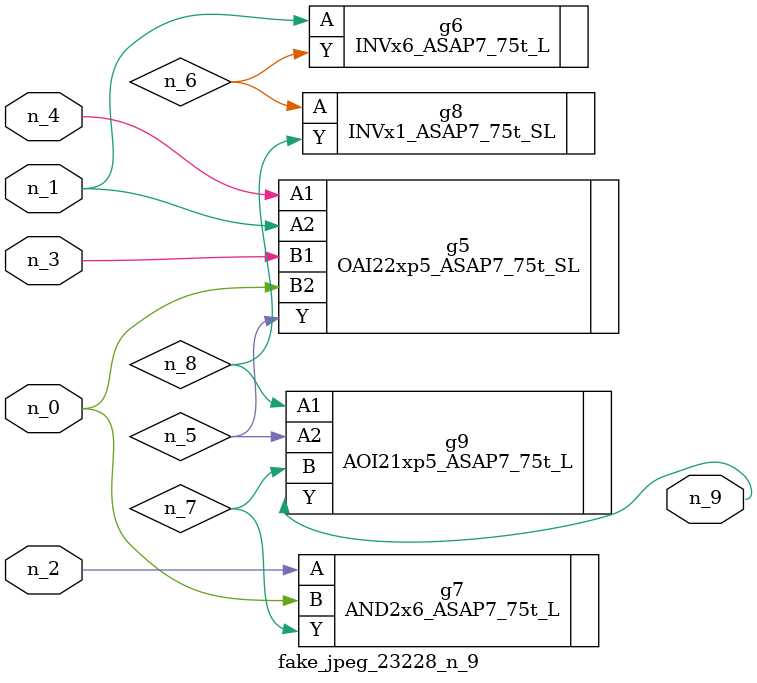
<source format=v>
module fake_jpeg_23228_n_9 (n_3, n_2, n_1, n_0, n_4, n_9);

input n_3;
input n_2;
input n_1;
input n_0;
input n_4;

output n_9;

wire n_8;
wire n_6;
wire n_5;
wire n_7;

OAI22xp5_ASAP7_75t_SL g5 ( 
.A1(n_4),
.A2(n_1),
.B1(n_3),
.B2(n_0),
.Y(n_5)
);

INVx6_ASAP7_75t_L g6 ( 
.A(n_1),
.Y(n_6)
);

AND2x6_ASAP7_75t_L g7 ( 
.A(n_2),
.B(n_0),
.Y(n_7)
);

INVx1_ASAP7_75t_SL g8 ( 
.A(n_6),
.Y(n_8)
);

AOI21xp5_ASAP7_75t_L g9 ( 
.A1(n_8),
.A2(n_5),
.B(n_7),
.Y(n_9)
);


endmodule
</source>
